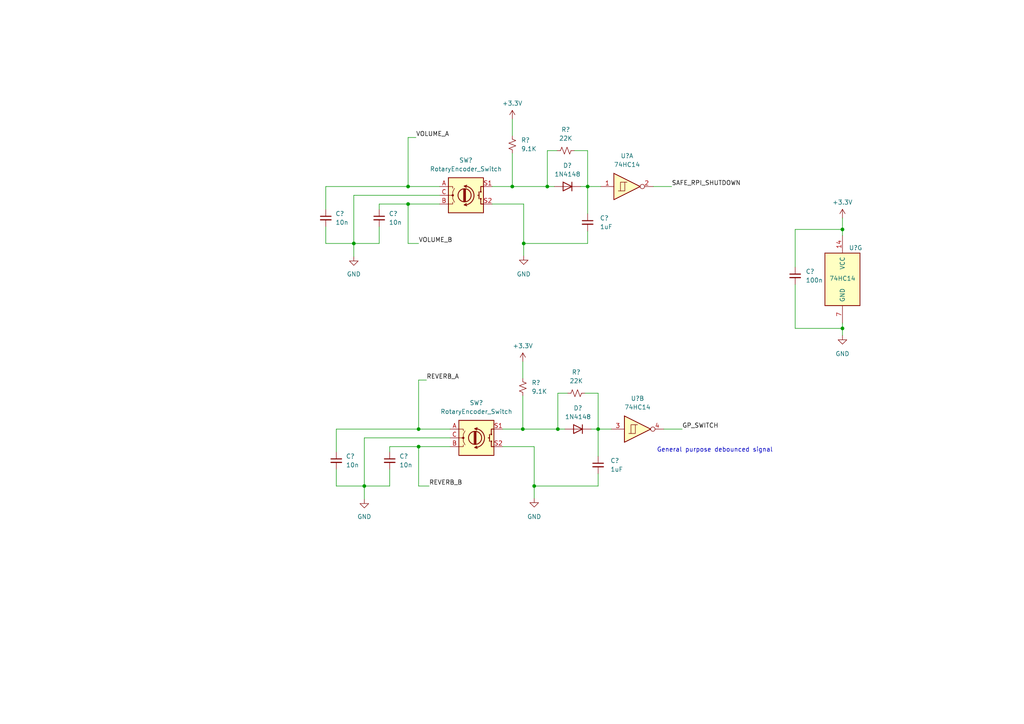
<source format=kicad_sch>
(kicad_sch (version 20211123) (generator eeschema)
  (paper "A4")
  (title_block (title "Volume and reverb controls with debounce circuit") (date "2022-11-01") (rev "1.0") (company "Picherie") (comment 1 "Volume and reverb PCB to be placed under control panel."))
  (lib_symbols
    (symbol "74xx:74HC14" (pin_names (offset 1.016))
      (property "Reference" "U" (at 0 1.27 0))
      (property "Value" "74HC14" (at 0 -1.27 0))
      (symbol "74HC14_1_0"
        (polyline (pts (xy -3.81 3.81) (xy -3.81 -3.81) (xy 3.81 0) (xy -3.81 3.81)) (stroke (width 0.254)) (fill (type background)))
        (pin input line (at -7.62 0 0) (length 3.81) (name "~") (number "1"))
        (pin output inverted (at 7.62 0 180) (length 3.81) (name "~") (number "2"))
      )
      (symbol "74HC14_1_1"
        (polyline (pts (xy -1.905 -1.27) (xy -1.905 1.27) (xy -0.635 1.27)))
        (polyline (pts (xy -2.54 -1.27) (xy -0.635 -1.27) (xy -0.635 1.27) (xy 0 1.27)))
      )
      (symbol "74HC14_2_0"
        (polyline (pts (xy -3.81 3.81) (xy -3.81 -3.81) (xy 3.81 0) (xy -3.81 3.81)) (stroke (width 0.254)) (fill (type background)))
        (pin input line (at -7.62 0 0) (length 3.81) (name "~") (number "3"))
        (pin output inverted (at 7.62 0 180) (length 3.81) (name "~") (number "4"))
      )
      (symbol "74HC14_2_1"
        (polyline (pts (xy -1.905 -1.27) (xy -1.905 1.27) (xy -0.635 1.27)))
        (polyline (pts (xy -2.54 -1.27) (xy -0.635 -1.27) (xy -0.635 1.27) (xy 0 1.27)))
      )
      (symbol "74HC14_3_0"
        (polyline (pts (xy -3.81 3.81) (xy -3.81 -3.81) (xy 3.81 0) (xy -3.81 3.81)) (stroke (width 0.254)) (fill (type background)))
        (pin input line (at -7.62 0 0) (length 3.81) (name "~") (number "5"))
        (pin output inverted (at 7.62 0 180) (length 3.81) (name "~") (number "6"))
      )
      (symbol "74HC14_3_1"
        (polyline (pts (xy -1.905 -1.27) (xy -1.905 1.27) (xy -0.635 1.27)))
        (polyline (pts (xy -2.54 -1.27) (xy -0.635 -1.27) (xy -0.635 1.27) (xy 0 1.27)))
      )
      (symbol "74HC14_4_0"
        (polyline (pts (xy -3.81 3.81) (xy -3.81 -3.81) (xy 3.81 0) (xy -3.81 3.81)) (stroke (width 0.254)) (fill (type background)))
        (pin output inverted (at 7.62 0 180) (length 3.81) (name "~") (number "8"))
        (pin input line (at -7.62 0 0) (length 3.81) (name "~") (number "9"))
      )
      (symbol "74HC14_4_1"
        (polyline (pts (xy -1.905 -1.27) (xy -1.905 1.27) (xy -0.635 1.27)))
        (polyline (pts (xy -2.54 -1.27) (xy -0.635 -1.27) (xy -0.635 1.27) (xy 0 1.27)))
      )
      (symbol "74HC14_5_0"
        (polyline (pts (xy -3.81 3.81) (xy -3.81 -3.81) (xy 3.81 0) (xy -3.81 3.81)) (stroke (width 0.254)) (fill (type background)))
        (pin output inverted (at 7.62 0 180) (length 3.81) (name "~") (number "10"))
        (pin input line (at -7.62 0 0) (length 3.81) (name "~") (number "11"))
      )
      (symbol "74HC14_5_1"
        (polyline (pts (xy -1.905 -1.27) (xy -1.905 1.27) (xy -0.635 1.27)))
        (polyline (pts (xy -2.54 -1.27) (xy -0.635 -1.27) (xy -0.635 1.27) (xy 0 1.27)))
      )
      (symbol "74HC14_6_0"
        (polyline (pts (xy -3.81 3.81) (xy -3.81 -3.81) (xy 3.81 0) (xy -3.81 3.81)) (stroke (width 0.254)) (fill (type background)))
        (pin output inverted (at 7.62 0 180) (length 3.81) (name "~") (number "12"))
        (pin input line (at -7.62 0 0) (length 3.81) (name "~") (number "13"))
      )
      (symbol "74HC14_6_1"
        (polyline (pts (xy -1.905 -1.27) (xy -1.905 1.27) (xy -0.635 1.27)))
        (polyline (pts (xy -2.54 -1.27) (xy -0.635 -1.27) (xy -0.635 1.27) (xy 0 1.27)))
      )
      (symbol "74HC14_7_0"
        (pin power_in line (at 0 12.7 270) (length 5.08) (name "VCC") (number "14"))
        (pin power_in line (at 0 -12.7 90) (length 5.08) (name "GND") (number "7"))
      )
      (symbol "74HC14_7_1"
        (rectangle (start -5.08 7.62) (end 5.08 -7.62) (stroke (width 0.254)) (fill (type background)))
      )
    )
    (symbol "Device:C_Small" (pin_numbers hide) (pin_names (offset 0.254) hide)
      (property "Reference" "C" (at 0.254 1.778 0))
      (property "Value" "C_Small" (at 0.254 -2.032 0))
      (symbol "C_Small_0_1"
        (polyline (pts (xy -1.524 -0.508) (xy 1.524 -0.508)) (stroke (width 0.3302)))
        (polyline (pts (xy -1.524 0.508) (xy 1.524 0.508)) (stroke (width 0.3048)))
      )
      (symbol "C_Small_1_1"
        (pin passive line (at 0 2.54 270) (length 2.032) (name "~") (number "1"))
        (pin passive line (at 0 -2.54 90) (length 2.032) (name "~") (number "2"))
      )
    )
    (symbol "Device:R_Small_US" (pin_numbers hide) (pin_names (offset 0.254) hide)
      (property "Reference" "R" (at 0.762 0.508 0))
      (property "Value" "R_Small_US" (at 0.762 -1.016 0))
      (symbol "R_Small_US_1_1"
        (polyline (pts (xy 0 0) (xy 1.016 -0.381) (xy 0 -0.762) (xy -1.016 -1.143) (xy 0 -1.524)))
        (polyline (pts (xy 0 1.524) (xy 1.016 1.143) (xy 0 0.762) (xy -1.016 0.381) (xy 0 0)))
        (pin passive line (at 0 2.54 270) (length 1.016) (name "~") (number "1"))
        (pin passive line (at 0 -2.54 90) (length 1.016) (name "~") (number "2"))
      )
    )
    (symbol "Device:RotaryEncoder_Switch" (pin_names (offset 0.254) hide)
      (property "Reference" "SW" (at 0 6.604 0))
      (property "Value" "RotaryEncoder_Switch" (at 0 -6.604 0))
      (symbol "RotaryEncoder_Switch_0_1"
        (rectangle (start -5.08 5.08) (end 5.08 -5.08) (stroke (width 0.254)) (fill (type background)))
        (circle (center -3.81 0) (radius 0.254) (fill (type outline)))
        (arc (start -0.381 -2.794) (mid 2.3622 -0.0508) (end -0.381 2.667) (stroke (width 0.254)))
        (circle (center -0.381 0) (radius 1.905) (stroke (width 0.254)))
        (polyline (pts (xy -0.635 -1.778) (xy -0.635 1.778)) (stroke (width 0.254)))
        (polyline (pts (xy -0.381 -1.778) (xy -0.381 1.778)) (stroke (width 0.254)))
        (polyline (pts (xy -0.127 1.778) (xy -0.127 -1.778)) (stroke (width 0.254)))
        (polyline (pts (xy 3.81 0) (xy 3.429 0)) (stroke (width 0.254)))
        (polyline (pts (xy 3.81 1.016) (xy 3.81 -1.016)) (stroke (width 0.254)))
        (polyline (pts (xy -5.08 -2.54) (xy -3.81 -2.54) (xy -3.81 -2.032)))
        (polyline (pts (xy -5.08 2.54) (xy -3.81 2.54) (xy -3.81 2.032)))
        (polyline (pts (xy 0.254 -3.048) (xy -0.508 -2.794) (xy 0.127 -2.413)) (stroke (width 0.254)))
        (polyline (pts (xy 0.254 2.921) (xy -0.508 2.667) (xy 0.127 2.286)) (stroke (width 0.254)))
        (polyline (pts (xy 5.08 -2.54) (xy 4.318 -2.54) (xy 4.318 -1.016)) (stroke (width 0.254)))
        (polyline (pts (xy 5.08 2.54) (xy 4.318 2.54) (xy 4.318 1.016)) (stroke (width 0.254)))
        (polyline (pts (xy -5.08 0) (xy -3.81 0) (xy -3.81 -1.016) (xy -3.302 -2.032)))
        (polyline (pts (xy -4.318 0) (xy -3.81 0) (xy -3.81 1.016) (xy -3.302 2.032)))
        (circle (center 4.318 -1.016) (radius 0.127) (stroke (width 0.254)))
        (circle (center 4.318 1.016) (radius 0.127) (stroke (width 0.254)))
      )
      (symbol "RotaryEncoder_Switch_1_1"
        (pin passive line (at -7.62 2.54 0) (length 2.54) (name "A") (number "A"))
        (pin passive line (at -7.62 -2.54 0) (length 2.54) (name "B") (number "B"))
        (pin passive line (at -7.62 0 0) (length 2.54) (name "C") (number "C"))
        (pin passive line (at 7.62 2.54 180) (length 2.54) (name "S1") (number "S1"))
        (pin passive line (at 7.62 -2.54 180) (length 2.54) (name "S2") (number "S2"))
      )
    )
    (symbol "Diode:1N4148" (pin_numbers hide) (pin_names hide)
      (property "Reference" "D" (at 0 2.54 0))
      (property "Value" "1N4148" (at 0 -2.54 0))
      (symbol "1N4148_0_1"
        (polyline (pts (xy -1.27 1.27) (xy -1.27 -1.27)) (stroke (width 0.254)))
        (polyline (pts (xy 1.27 0) (xy -1.27 0)))
        (polyline (pts (xy 1.27 1.27) (xy 1.27 -1.27) (xy -1.27 0) (xy 1.27 1.27)) (stroke (width 0.254)))
      )
      (symbol "1N4148_1_1"
        (pin passive line (at -3.81 0 0) (length 2.54) (name "K") (number "1"))
        (pin passive line (at 3.81 0 180) (length 2.54) (name "A") (number "2"))
      )
    )
    (symbol "power:+3.3V" (power) (pin_names (offset 0))
      (property "Value" "+3.3V" (at 0 3.556 0))
      (symbol "+3.3V_0_1"
        (polyline (pts (xy -0.762 1.27) (xy 0 2.54)))
        (polyline (pts (xy 0 0) (xy 0 2.54)))
        (polyline (pts (xy 0 2.54) (xy 0.762 1.27)))
      )
      (symbol "+3.3V_1_1"
        (pin power_in line (at 0 0 90) (length 0) hide (name "+3.3V") (number "1"))
      )
    )
    (symbol "power:GND" (power) (pin_names (offset 0))
      (property "Value" "GND" (at 0 -3.81 0))
      (symbol "GND_0_1"
        (polyline (pts (xy 0 0) (xy 0 -1.27) (xy 1.27 -1.27) (xy 0 -2.54) (xy -1.27 -1.27) (xy 0 -1.27)))
      )
      (symbol "GND_1_1"
        (pin power_in line (at 0 0 270) (length 0) hide (name "GND") (number "1"))
      )
    )
  )
  (junction (at 244.348 66.548))
  (junction (at 154.94 140.97))
  (junction (at 170.434 54.102))
  (junction (at 173.482 124.46))
  (junction (at 118.364 59.182))
  (junction (at 151.892 70.612))
  (junction (at 121.412 124.46))
  (junction (at 118.364 54.102))
  (junction (at 161.798 124.46))
  (junction (at 121.412 129.54))
  (junction (at 102.616 70.612))
  (junction (at 244.348 95.25))
  (junction (at 151.638 124.46))
  (junction (at 158.75 54.102))
  (junction (at 105.664 140.97))
  (junction (at 148.59 54.102))
  (wire (pts (xy 121.412 110.236) (xy 123.698 110.236)))
  (wire (pts (xy 148.59 54.102) (xy 158.75 54.102)))
  (wire (pts (xy 244.348 66.548) (xy 244.348 68.326)))
  (wire (pts (xy 151.892 59.182) (xy 151.892 70.612)))
  (wire (pts (xy 97.536 124.46) (xy 121.412 124.46)))
  (wire (pts (xy 189.484 54.102) (xy 194.818 54.102)))
  (wire (pts (xy 151.638 124.46) (xy 161.798 124.46)))
  (wire (pts (xy 145.796 124.46) (xy 151.638 124.46)))
  (wire (pts (xy 173.482 124.46) (xy 173.482 132.334)))
  (wire (pts (xy 121.412 129.54) (xy 121.412 140.97)))
  (wire (pts (xy 161.798 114.046) (xy 161.798 124.46)))
  (wire (pts (xy 154.94 129.54) (xy 154.94 140.97)))
  (wire (pts (xy 97.536 136.144) (xy 97.536 140.97)))
  (wire (pts (xy 145.796 129.54) (xy 154.94 129.54)))
  (wire (pts (xy 118.364 70.612) (xy 121.412 70.612)))
  (wire (pts (xy 173.482 137.414) (xy 173.482 140.97)))
  (wire (pts (xy 94.488 54.102) (xy 118.364 54.102)))
  (wire (pts (xy 177.292 124.46) (xy 173.482 124.46)))
  (wire (pts (xy 148.59 44.45) (xy 148.59 54.102)))
  (wire (pts (xy 158.75 54.102) (xy 160.782 54.102)))
  (wire (pts (xy 230.632 95.25) (xy 244.348 95.25)))
  (wire (pts (xy 244.348 93.726) (xy 244.348 95.25)))
  (wire (pts (xy 94.488 70.612) (xy 102.616 70.612)))
  (wire (pts (xy 97.536 140.97) (xy 105.664 140.97)))
  (wire (pts (xy 161.544 43.688) (xy 158.75 43.688)))
  (wire (pts (xy 130.556 127) (xy 105.664 127)))
  (wire (pts (xy 164.592 114.046) (xy 161.798 114.046)))
  (wire (pts (xy 158.75 43.688) (xy 158.75 54.102)))
  (wire (pts (xy 171.45 124.46) (xy 173.482 124.46)))
  (wire (pts (xy 118.364 59.182) (xy 109.982 59.182)))
  (wire (pts (xy 170.434 54.102) (xy 170.434 61.976)))
  (wire (pts (xy 170.434 43.688) (xy 170.434 54.102)))
  (wire (pts (xy 94.488 65.786) (xy 94.488 70.612)))
  (wire (pts (xy 118.364 39.878) (xy 120.65 39.878)))
  (wire (pts (xy 121.412 124.46) (xy 130.556 124.46)))
  (wire (pts (xy 166.624 43.688) (xy 170.434 43.688)))
  (wire (pts (xy 173.482 114.046) (xy 173.482 124.46)))
  (wire (pts (xy 121.412 129.54) (xy 113.03 129.54)))
  (wire (pts (xy 174.244 54.102) (xy 170.434 54.102)))
  (wire (pts (xy 118.364 54.102) (xy 127.508 54.102)))
  (wire (pts (xy 118.364 59.182) (xy 118.364 70.612)))
  (wire (pts (xy 148.59 34.544) (xy 148.59 39.37)))
  (wire (pts (xy 105.664 140.97) (xy 105.664 144.78)))
  (wire (pts (xy 230.632 66.548) (xy 244.348 66.548)))
  (wire (pts (xy 151.638 114.808) (xy 151.638 124.46)))
  (wire (pts (xy 97.536 131.064) (xy 97.536 124.46)))
  (wire (pts (xy 121.412 110.236) (xy 121.412 124.46)))
  (wire (pts (xy 142.748 54.102) (xy 148.59 54.102)))
  (wire (pts (xy 127.508 59.182) (xy 118.364 59.182)))
  (wire (pts (xy 154.94 140.97) (xy 154.94 144.526)))
  (wire (pts (xy 170.434 67.056) (xy 170.434 70.612)))
  (wire (pts (xy 130.556 129.54) (xy 121.412 129.54)))
  (wire (pts (xy 244.348 63.246) (xy 244.348 66.548)))
  (wire (pts (xy 142.748 59.182) (xy 151.892 59.182)))
  (wire (pts (xy 113.03 140.97) (xy 113.03 136.144)))
  (wire (pts (xy 244.348 95.25) (xy 244.348 97.282)))
  (wire (pts (xy 151.638 104.902) (xy 151.638 109.728)))
  (wire (pts (xy 127.508 56.642) (xy 102.616 56.642)))
  (wire (pts (xy 102.616 56.642) (xy 102.616 70.612)))
  (wire (pts (xy 105.664 140.97) (xy 113.03 140.97)))
  (wire (pts (xy 161.798 124.46) (xy 163.83 124.46)))
  (wire (pts (xy 151.892 70.612) (xy 151.892 74.168)))
  (wire (pts (xy 109.982 59.182) (xy 109.982 60.706)))
  (wire (pts (xy 109.982 70.612) (xy 109.982 65.786)))
  (wire (pts (xy 230.632 82.55) (xy 230.632 95.25)))
  (wire (pts (xy 102.616 70.612) (xy 109.982 70.612)))
  (wire (pts (xy 118.364 39.878) (xy 118.364 54.102)))
  (wire (pts (xy 230.632 77.47) (xy 230.632 66.548)))
  (wire (pts (xy 173.482 140.97) (xy 154.94 140.97)))
  (wire (pts (xy 113.03 129.54) (xy 113.03 131.064)))
  (wire (pts (xy 121.412 140.97) (xy 124.46 140.97)))
  (wire (pts (xy 192.532 124.46) (xy 197.866 124.46)))
  (wire (pts (xy 170.434 70.612) (xy 151.892 70.612)))
  (wire (pts (xy 168.402 54.102) (xy 170.434 54.102)))
  (wire (pts (xy 102.616 70.612) (xy 102.616 74.422)))
  (wire (pts (xy 105.664 127) (xy 105.664 140.97)))
  (wire (pts (xy 94.488 60.706) (xy 94.488 54.102)))
  (wire (pts (xy 169.672 114.046) (xy 173.482 114.046)))
  (text "General purpose debounced signal" (at 190.5 131.318 0) (effects (font (size 1.27 1.27)) (justify left bottom)))
  (label "REVERB_B" (at 124.46 140.97 0))
  (label "VOLUME_B" (at 121.412 70.612 0))
  (label "REVERB_A" (at 123.698 110.236 0))
  (label "VOLUME_A" (at 120.65 39.878 0))
  (label "SAFE_RPI_SHUTDOWN" (at 194.818 54.102 0))
  (label "GP_SWITCH" (at 197.866 124.46 0))
  (symbol (lib_id "power:+3.3V") (at 244.348 63.246 0) (unit 1)
    (property "Reference" "#PWR?" (effects hide))
    (property "Value" "+3.3V" (at 244.348 58.674 0))
  )
  (symbol (lib_id "74xx:74HC14") (at 181.864 54.102 0) (unit 1)
    (property "Reference" "U?" (at 181.864 45.212 0))
    (property "Value" "74HC14" (at 181.864 47.752 0))
    (property "Footprint" "Package_DIP:DIP-14_W7.62mm" (effects hide))
    (property "Datasheet" "https://fr.farnell.com/texas-instruments/cd74hc14e/ic-74hc-74hc14-dip14-6v/dp/3120195?st=74hc14" (effects hide))
  )
  (symbol (lib_id "power:GND") (at 102.616 74.422 0) (unit 1)
    (property "Reference" "#PWR?" (effects hide))
    (property "Value" "GND" (at 102.616 79.502 0))
  )
  (symbol (lib_id "power:+3.3V") (at 148.59 34.544 0) (unit 1)
    (property "Reference" "#PWR?" (effects hide))
    (property "Value" "+3.3V" (at 148.59 29.972 0))
  )
  (symbol (lib_id "power:+3.3V") (at 151.638 104.902 0) (unit 1)
    (property "Reference" "#PWR?" (effects hide))
    (property "Value" "+3.3V" (at 151.638 100.33 0))
  )
  (symbol (lib_id "Diode:1N4148") (at 167.64 124.46 0) (mirror y) (unit 1)
    (property "Reference" "D?" (at 167.64 118.364 0))
    (property "Value" "1N4148" (at 167.64 120.904 0))
    (property "Footprint" "Diode_THT:D_DO-35_SOD27_P7.62mm_Horizontal" (effects hide))
    (property "Datasheet" "https://fr.farnell.com/on-semiconductor/1n4148tr/diode-tres-rapide-do-35/dp/9843680" (effects hide))
  )
  (symbol (lib_id "Device:RotaryEncoder_Switch") (at 135.128 56.642 0) (unit 1)
    (property "Reference" "SW?" (at 135.128 46.482 0))
    (property "Value" "RotaryEncoder_Switch" (at 135.128 49.022 0))
    (property "Footprint" "Rotary_Encoder:RotaryEncoder_Alps_EC11E-Switch_Vertical_H20mm" (effects hide))
    (property "Datasheet" "https://fr.farnell.com/bourns/pec11r-4230f-s0024/codeur-incremental-12mm-60rpm/dp/2663530" (effects hide))
  )
  (symbol (lib_id "Device:C_Small") (at 97.536 133.604 0) (unit 1)
    (property "Reference" "C?" (at 100.33 132.3402 0) (effects (justify left)))
    (property "Value" "10n" (at 100.33 134.8802 0) (effects (justify left)))
    (property "Footprint" "Capacitor_SMD:C_1206_3216Metric_Pad1.33x1.80mm_HandSolder" (effects hide))
    (property "Datasheet" "https://fr.farnell.com/multicomp/mc1206n103j250ct/cond-0-01-f-25v-5-c0g-np0-1206/dp/2320883" (effects hide))
  )
  (symbol (lib_id "Device:C_Small") (at 113.03 133.604 0) (unit 1)
    (property "Reference" "C?" (at 115.824 132.3402 0) (effects (justify left)))
    (property "Value" "10n" (at 115.824 134.8802 0) (effects (justify left)))
    (property "Footprint" "Capacitor_SMD:C_1206_3216Metric_Pad1.33x1.80mm_HandSolder" (effects hide))
    (property "Datasheet" "https://fr.farnell.com/multicomp/mc1206n103j250ct/cond-0-01-f-25v-5-c0g-np0-1206/dp/2320883" (effects hide))
  )
  (symbol (lib_id "Device:R_Small_US") (at 151.638 112.268 0) (unit 1)
    (property "Reference" "R?" (at 154.178 110.9979 0) (effects (justify left)))
    (property "Value" "9.1K" (at 154.178 113.5379 0) (effects (justify left)))
    (property "Footprint" "Resistor_SMD:R_1206_3216Metric_Pad1.30x1.75mm_HandSolder" (effects hide))
    (property "Datasheet" "https://fr.farnell.com/yageo/rc1206fr-079k1l/res-9k1-1-0-25w-1206-couche-epaisse/dp/3496305" (effects hide))
  )
  (symbol (lib_id "power:GND") (at 154.94 144.526 0) (unit 1)
    (property "Reference" "#PWR?" (effects hide))
    (property "Value" "GND" (at 154.94 149.86 0))
  )
  (symbol (lib_id "74xx:74HC14") (at 184.912 124.46 0) (unit 2)
    (property "Reference" "U?" (at 184.912 115.57 0))
    (property "Value" "74HC14" (at 184.912 118.11 0))
    (property "Footprint" "Package_DIP:DIP-14_W7.62mm" (effects hide))
    (property "Datasheet" "https://fr.farnell.com/texas-instruments/cd74hc14e/ic-74hc-74hc14-dip14-6v/dp/3120195?st=74hc14" (effects hide))
  )
  (symbol (lib_id "Device:C_Small") (at 170.434 64.516 0) (unit 1)
    (property "Reference" "C?" (at 173.99 63.2522 0) (effects (justify left)))
    (property "Value" "1uF" (at 173.99 65.7922 0) (effects (justify left)))
    (property "Footprint" "Capacitor_SMD:C_1206_3216Metric_Pad1.33x1.80mm_HandSolder" (effects hide))
    (property "Datasheet" "https://fr.farnell.com/kemet/c1206c105k3ractu/condensateur-1-f-25v-10-x7r-1206/dp/9227865" (effects hide))
  )
  (symbol (lib_id "Device:R_Small_US") (at 167.132 114.046 270) (unit 1)
    (property "Reference" "R?" (at 167.132 107.95 90))
    (property "Value" "22K" (at 167.132 110.49 90))
    (property "Footprint" "Resistor_SMD:R_1206_3216Metric_Pad1.30x1.75mm_HandSolder" (effects hide))
    (property "Datasheet" "https://fr.farnell.com/neohm-te-connectivity/crg1206f22k/res-22k-1-0-25w-1206-couche-epaisse/dp/3133491" (effects hide))
  )
  (symbol (lib_id "Device:C_Small") (at 230.632 80.01 0) (unit 1)
    (property "Reference" "C?" (at 233.68 78.7462 0) (effects (justify left)))
    (property "Value" "100n" (at 233.68 81.2862 0) (effects (justify left)))
    (property "Footprint" "Capacitor_SMD:C_1206_3216Metric_Pad1.33x1.80mm_HandSolder" (effects hide))
    (property "Datasheet" "https://fr.farnell.com/kemet/c1206f104k3ractu/condensateur-0-1-f-25v-10-x7r/dp/2581109" (effects hide))
  )
  (symbol (lib_id "Device:C_Small") (at 173.482 134.874 0) (unit 1)
    (property "Reference" "C?" (at 177.038 133.6102 0) (effects (justify left)))
    (property "Value" "1uF" (at 177.038 136.1502 0) (effects (justify left)))
    (property "Footprint" "Capacitor_SMD:C_1206_3216Metric_Pad1.33x1.80mm_HandSolder" (effects hide))
    (property "Datasheet" "https://fr.farnell.com/kemet/c1206c105k3ractu/condensateur-1-f-25v-10-x7r-1206/dp/9227865" (effects hide))
  )
  (symbol (lib_id "power:GND") (at 105.664 144.78 0) (unit 1)
    (property "Reference" "#PWR?" (effects hide))
    (property "Value" "GND" (at 105.664 149.86 0))
  )
  (symbol (lib_id "Device:C_Small") (at 109.982 63.246 0) (unit 1)
    (property "Reference" "C?" (at 112.776 61.9822 0) (effects (justify left)))
    (property "Value" "10n" (at 112.776 64.5222 0) (effects (justify left)))
    (property "Footprint" "Capacitor_SMD:C_1206_3216Metric_Pad1.33x1.80mm_HandSolder" (effects hide))
    (property "Datasheet" "https://fr.farnell.com/multicomp/mc1206n103j250ct/cond-0-01-f-25v-5-c0g-np0-1206/dp/2320883" (effects hide))
  )
  (symbol (lib_id "Device:C_Small") (at 94.488 63.246 0) (unit 1)
    (property "Reference" "C?" (at 97.282 61.9822 0) (effects (justify left)))
    (property "Value" "10n" (at 97.282 64.5222 0) (effects (justify left)))
    (property "Footprint" "Capacitor_SMD:C_1206_3216Metric_Pad1.33x1.80mm_HandSolder" (effects hide))
    (property "Datasheet" "https://fr.farnell.com/multicomp/mc1206n103j250ct/cond-0-01-f-25v-5-c0g-np0-1206/dp/2320883" (effects hide))
  )
  (symbol (lib_id "Device:R_Small_US") (at 148.59 41.91 0) (unit 1)
    (property "Reference" "R?" (at 151.13 40.6399 0) (effects (justify left)))
    (property "Value" "9.1K" (at 151.13 43.1799 0) (effects (justify left)))
    (property "Footprint" "Resistor_SMD:R_1206_3216Metric_Pad1.30x1.75mm_HandSolder" (effects hide))
    (property "Datasheet" "https://fr.farnell.com/yageo/rc1206fr-079k1l/res-9k1-1-0-25w-1206-couche-epaisse/dp/3496305" (effects hide))
  )
  (symbol (lib_id "power:GND") (at 151.892 74.168 0) (unit 1)
    (property "Reference" "#PWR?" (effects hide))
    (property "Value" "GND" (at 151.892 79.502 0))
  )
  (symbol (lib_id "power:GND") (at 244.348 97.282 0) (unit 1)
    (property "Reference" "#PWR?" (effects hide))
    (property "Value" "GND" (at 244.348 102.616 0))
  )
  (symbol (lib_id "Diode:1N4148") (at 164.592 54.102 0) (mirror y) (unit 1)
    (property "Reference" "D?" (at 164.592 48.006 0))
    (property "Value" "1N4148" (at 164.592 50.546 0))
    (property "Footprint" "Diode_THT:D_DO-35_SOD27_P7.62mm_Horizontal" (effects hide))
    (property "Datasheet" "https://fr.farnell.com/on-semiconductor/1n4148tr/diode-tres-rapide-do-35/dp/9843680" (effects hide))
  )
  (symbol (lib_id "Device:RotaryEncoder_Switch") (at 138.176 127 0) (unit 1)
    (property "Reference" "SW?" (at 138.176 116.84 0))
    (property "Value" "RotaryEncoder_Switch" (at 138.176 119.38 0))
    (property "Footprint" "Rotary_Encoder:RotaryEncoder_Alps_EC11E-Switch_Vertical_H20mm" (effects hide))
    (property "Datasheet" "https://fr.farnell.com/bourns/pec11r-4230f-s0024/codeur-incremental-12mm-60rpm/dp/2663530" (effects hide))
  )
  (symbol (lib_id "74xx:74HC14") (at 244.348 81.026 0) (unit 7)
    (property "Reference" "U?" (at 248.158 71.882 0))
    (property "Value" "74HC14" (at 244.348 80.772 0))
    (property "Footprint" "Package_DIP:DIP-14_W7.62mm" (effects hide))
    (property "Datasheet" "https://fr.farnell.com/texas-instruments/cd74hc14e/ic-74hc-74hc14-dip14-6v/dp/3120195?st=74hc14" (effects hide))
  )
  (symbol (lib_id "Device:R_Small_US") (at 164.084 43.688 270) (unit 1)
    (property "Reference" "R?" (at 164.084 37.592 90))
    (property "Value" "22K" (at 164.084 40.132 90))
    (property "Footprint" "Resistor_SMD:R_1206_3216Metric_Pad1.30x1.75mm_HandSolder" (effects hide))
    (property "Datasheet" "https://fr.farnell.com/neohm-te-connectivity/crg1206f22k/res-22k-1-0-25w-1206-couche-epaisse/dp/3133491" (effects hide))
  )
)
</source>
